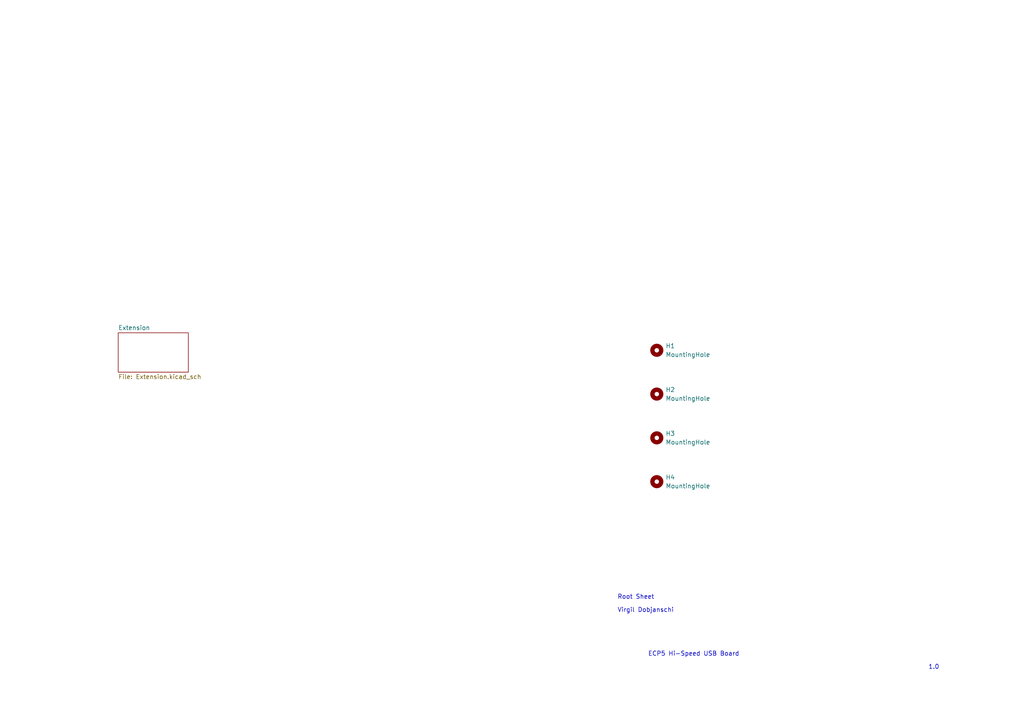
<source format=kicad_sch>
(kicad_sch (version 20231120) (generator "eeschema") (generator_version "8.0")
  (paper "A4")
  (lib_symbols
    (symbol "Mechanical:MountingHole" (pin_names (offset 1.016)) (exclude_from_sim yes) (in_bom no)
      (property "Reference" "H" (at 0 5.08 0))
      (property "Value" "MountingHole" (at 0 3.175 0))
      (symbol "MountingHole_0_1"
        (circle (center 0 0) (radius 1.27) (stroke (width 1.27)))
      )
    )
  )
  (text "ECP5 Hi-Speed USB Board" (at 187.96 190.5 0) (effects (font (size 1.27 1.27)) (justify left bottom)))
  (text "Root Sheet" (at 179.07 173.99 0) (effects (font (size 1.27 1.27)) (justify left bottom)))
  (text "Virgil Dobjanschi" (at 179.07 177.8 0) (effects (font (size 1.27 1.27)) (justify left bottom)))
  (text "1.0" (at 269.24 194.31 0) (effects (font (size 1.27 1.27)) (justify left bottom)))
  (symbol (lib_id "Mechanical:MountingHole") (at 190.5 139.7 0) (unit 1) (in_bom no)
    (property "Reference" "H4" (at 193.04 138.4299 0) (effects (justify left)))
    (property "Value" "MountingHole" (at 193.04 140.9699 0) (effects (justify left)))
    (property "Footprint" "MountingHole:MountingHole_3.2mm_M3" (effects (hide yes)))
    (property "Description" "Mounting Hole without connection" (effects (hide yes)))
  )
  (symbol (lib_id "Mechanical:MountingHole") (at 190.5 101.6 0) (unit 1) (in_bom no)
    (property "Reference" "H1" (at 193.04 100.3299 0) (effects (justify left)))
    (property "Value" "MountingHole" (at 193.04 102.8699 0) (effects (justify left)))
    (property "Footprint" "MountingHole:MountingHole_3.2mm_M3" (effects (hide yes)))
    (property "Description" "Mounting Hole without connection" (effects (hide yes)))
  )
  (symbol (lib_id "Mechanical:MountingHole") (at 190.5 114.3 0) (unit 1) (in_bom no)
    (property "Reference" "H2" (at 193.04 113.0299 0) (effects (justify left)))
    (property "Value" "MountingHole" (at 193.04 115.5699 0) (effects (justify left)))
    (property "Footprint" "MountingHole:MountingHole_3.2mm_M3" (effects (hide yes)))
    (property "Description" "Mounting Hole without connection" (effects (hide yes)))
  )
  (symbol (lib_id "Mechanical:MountingHole") (at 190.5 127 0) (unit 1) (in_bom no)
    (property "Reference" "H3" (at 193.04 125.7299 0) (effects (justify left)))
    (property "Value" "MountingHole" (at 193.04 128.2699 0) (effects (justify left)))
    (property "Footprint" "MountingHole:MountingHole_3.2mm_M3" (effects (hide yes)))
    (property "Description" "Mounting Hole without connection" (effects (hide yes)))
  )
  (sheet (at 34.29 96.52) (size 20.32 11.43) (stroke (width 0.1524))
    (property "Sheetname" "Extension" (at 34.29 95.8084 0) (effects (justify left bottom)))
    (property "Sheetfile" "Extension.kicad_sch" (at 34.29 108.5346 0) (effects (justify left top)))
  )
)
</source>
